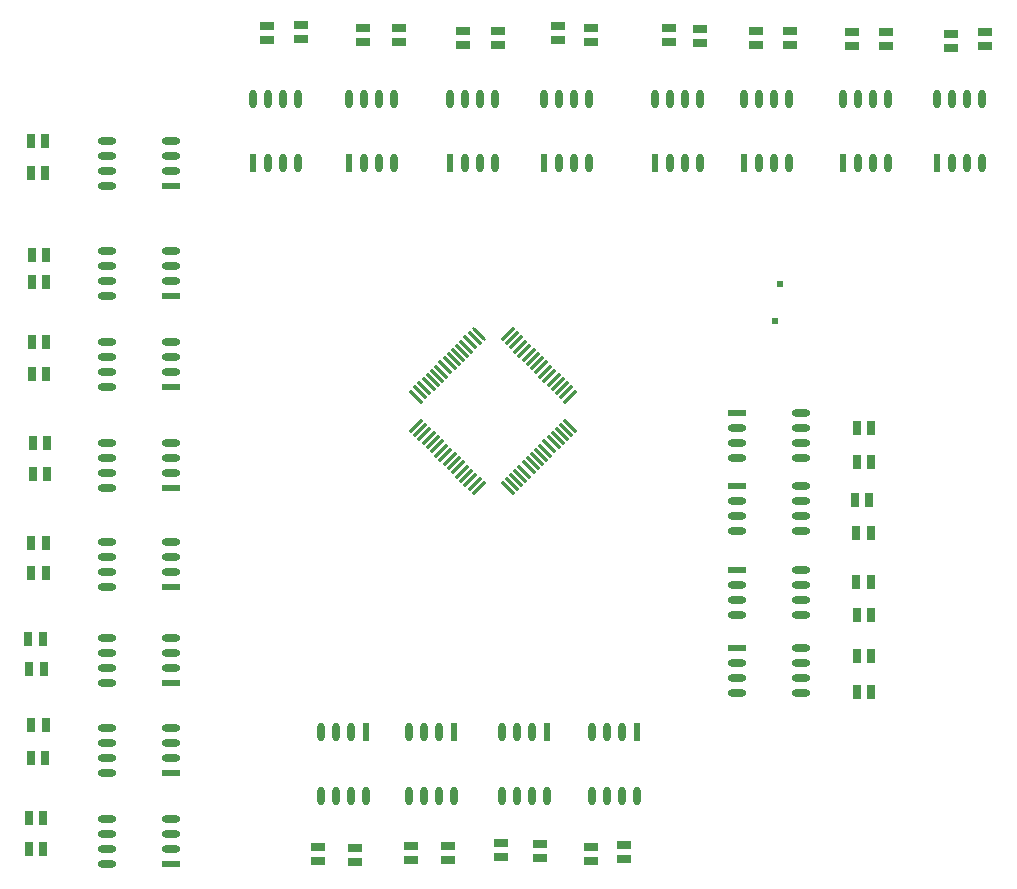
<source format=gtp>
G04*
G04 #@! TF.GenerationSoftware,Altium Limited,Altium Designer,19.1.5 (86)*
G04*
G04 Layer_Color=8421504*
%FSLAX44Y44*%
%MOMM*%
G71*
G01*
G75*
%ADD13R,1.3000X0.7000*%
%ADD14R,0.7000X1.3000*%
%ADD15R,0.6000X1.5500*%
%ADD16O,0.6000X1.5500*%
%ADD17R,1.5500X0.6000*%
%ADD18O,1.5500X0.6000*%
G04:AMPARAMS|DCode=19|XSize=0.25mm|YSize=1.55mm|CornerRadius=0mm|HoleSize=0mm|Usage=FLASHONLY|Rotation=315.000|XOffset=0mm|YOffset=0mm|HoleType=Round|Shape=Rectangle|*
%AMROTATEDRECTD19*
4,1,4,-0.6364,-0.4596,0.4596,0.6364,0.6364,0.4596,-0.4596,-0.6364,-0.6364,-0.4596,0.0*
%
%ADD19ROTATEDRECTD19*%

G04:AMPARAMS|DCode=20|XSize=0.25mm|YSize=1.55mm|CornerRadius=0mm|HoleSize=0mm|Usage=FLASHONLY|Rotation=45.000|XOffset=0mm|YOffset=0mm|HoleType=Round|Shape=Rectangle|*
%AMROTATEDRECTD20*
4,1,4,0.4596,-0.6364,-0.6364,0.4596,-0.4596,0.6364,0.6364,-0.4596,0.4596,-0.6364,0.0*
%
%ADD20ROTATEDRECTD20*%

G04:AMPARAMS|DCode=21|XSize=0.25mm|YSize=1.55mm|CornerRadius=0mm|HoleSize=0mm|Usage=FLASHONLY|Rotation=45.000|XOffset=0mm|YOffset=0mm|HoleType=Round|Shape=Round|*
%AMOVALD21*
21,1,1.3000,0.2500,0.0000,0.0000,135.0*
1,1,0.2500,0.4596,-0.4596*
1,1,0.2500,-0.4596,0.4596*
%
%ADD21OVALD21*%

%ADD22R,0.6000X0.5000*%
D13*
X1399540Y973170D02*
D03*
Y985170D02*
D03*
X1134110Y290480D02*
D03*
Y278480D02*
D03*
X1502410Y970630D02*
D03*
Y982630D02*
D03*
X1333500Y973170D02*
D03*
Y985170D02*
D03*
X1254760Y970630D02*
D03*
Y982630D02*
D03*
X1305560Y974440D02*
D03*
Y986440D02*
D03*
X1059180Y974440D02*
D03*
Y986440D02*
D03*
X1170940Y973170D02*
D03*
Y985170D02*
D03*
X1140460Y973170D02*
D03*
Y985170D02*
D03*
X1225550Y970630D02*
D03*
Y982630D02*
D03*
X1667510Y969360D02*
D03*
Y981360D02*
D03*
X1088390Y975710D02*
D03*
Y987710D02*
D03*
X1638300Y968090D02*
D03*
Y980090D02*
D03*
X1473200Y970630D02*
D03*
Y982630D02*
D03*
X1426210Y971900D02*
D03*
Y983900D02*
D03*
X1554480Y969360D02*
D03*
Y981360D02*
D03*
X1583690Y969360D02*
D03*
Y981360D02*
D03*
X1102360Y291750D02*
D03*
Y279750D02*
D03*
X1181100Y292100D02*
D03*
Y280100D02*
D03*
X1257300Y294640D02*
D03*
Y282640D02*
D03*
X1333500Y291750D02*
D03*
Y279750D02*
D03*
X1212850Y292100D02*
D03*
Y280100D02*
D03*
X1290320Y294290D02*
D03*
Y282290D02*
D03*
X1361440Y293370D02*
D03*
Y281370D02*
D03*
D14*
X1558640Y617220D02*
D03*
X1570640D02*
D03*
X1558990Y646430D02*
D03*
X1570990D02*
D03*
X869950Y289560D02*
D03*
X857950D02*
D03*
X1558290Y557530D02*
D03*
X1570290D02*
D03*
X1557370Y585470D02*
D03*
X1569370D02*
D03*
X1558640Y487680D02*
D03*
X1570640D02*
D03*
X1558290Y515620D02*
D03*
X1570290D02*
D03*
X869250Y467360D02*
D03*
X857250D02*
D03*
X871790Y523240D02*
D03*
X859790D02*
D03*
X871790Y548640D02*
D03*
X859790D02*
D03*
X871440Y367030D02*
D03*
X859440D02*
D03*
X870170Y441960D02*
D03*
X858170D02*
D03*
X873410Y607060D02*
D03*
X861410D02*
D03*
X872140Y718820D02*
D03*
X860140D02*
D03*
X872140Y792480D02*
D03*
X860140D02*
D03*
X869950Y316230D02*
D03*
X857950D02*
D03*
X871790Y394970D02*
D03*
X859790D02*
D03*
X873410Y633730D02*
D03*
X861410D02*
D03*
X872140Y692150D02*
D03*
X860140D02*
D03*
X872140Y769620D02*
D03*
X860140D02*
D03*
X871220Y862330D02*
D03*
X859220D02*
D03*
X871220Y889000D02*
D03*
X859220D02*
D03*
X1558640Y452820D02*
D03*
X1570640D02*
D03*
X1558640Y422910D02*
D03*
X1570640D02*
D03*
D15*
X1626870Y870560D02*
D03*
X1372870Y388620D02*
D03*
X1296670D02*
D03*
X1217930D02*
D03*
X1143000D02*
D03*
X1214120Y870560D02*
D03*
X1294130D02*
D03*
X1388110D02*
D03*
X1463040D02*
D03*
X1047750D02*
D03*
X1129030D02*
D03*
X1546860D02*
D03*
D16*
X1639570D02*
D03*
X1652270D02*
D03*
X1664970D02*
D03*
X1626870Y924560D02*
D03*
X1639570D02*
D03*
X1652270D02*
D03*
X1664970D02*
D03*
X1360170Y388620D02*
D03*
X1347470D02*
D03*
X1334770D02*
D03*
X1372870Y334620D02*
D03*
X1360170D02*
D03*
X1347470D02*
D03*
X1334770D02*
D03*
X1283970Y388620D02*
D03*
X1271270D02*
D03*
X1258570D02*
D03*
X1296670Y334620D02*
D03*
X1283970D02*
D03*
X1271270D02*
D03*
X1258570D02*
D03*
X1205230Y388620D02*
D03*
X1192530D02*
D03*
X1179830D02*
D03*
X1217930Y334620D02*
D03*
X1205230D02*
D03*
X1192530D02*
D03*
X1179830D02*
D03*
X1130300Y388620D02*
D03*
X1117600D02*
D03*
X1104900D02*
D03*
X1143000Y334620D02*
D03*
X1130300D02*
D03*
X1117600D02*
D03*
X1104900D02*
D03*
X1226820Y870560D02*
D03*
X1239520D02*
D03*
X1252220D02*
D03*
X1214120Y924560D02*
D03*
X1226820D02*
D03*
X1239520D02*
D03*
X1252220D02*
D03*
X1306830Y870560D02*
D03*
X1319530D02*
D03*
X1332230D02*
D03*
X1294130Y924560D02*
D03*
X1306830D02*
D03*
X1319530D02*
D03*
X1332230D02*
D03*
X1400810Y870560D02*
D03*
X1413510D02*
D03*
X1426210D02*
D03*
X1388110Y924560D02*
D03*
X1400810D02*
D03*
X1413510D02*
D03*
X1426210D02*
D03*
X1475740Y870560D02*
D03*
X1488440D02*
D03*
X1501140D02*
D03*
X1463040Y924560D02*
D03*
X1475740D02*
D03*
X1488440D02*
D03*
X1501140D02*
D03*
X1060450Y870560D02*
D03*
X1073150D02*
D03*
X1085850D02*
D03*
X1047750Y924560D02*
D03*
X1060450D02*
D03*
X1073150D02*
D03*
X1085850D02*
D03*
X1141730Y870560D02*
D03*
X1154430D02*
D03*
X1167130D02*
D03*
X1129030Y924560D02*
D03*
X1141730D02*
D03*
X1154430D02*
D03*
X1167130D02*
D03*
X1559560Y870560D02*
D03*
X1572260D02*
D03*
X1584960D02*
D03*
X1546860Y924560D02*
D03*
X1559560D02*
D03*
X1572260D02*
D03*
X1584960D02*
D03*
D17*
X1457300Y659130D02*
D03*
Y525780D02*
D03*
Y459740D02*
D03*
X977900Y276860D02*
D03*
Y354330D02*
D03*
Y430530D02*
D03*
Y511810D02*
D03*
Y595630D02*
D03*
Y680720D02*
D03*
Y758190D02*
D03*
Y850900D02*
D03*
X1457300Y596900D02*
D03*
D18*
Y646430D02*
D03*
Y633730D02*
D03*
Y621030D02*
D03*
X1511300Y659130D02*
D03*
Y646430D02*
D03*
Y633730D02*
D03*
Y621030D02*
D03*
X1457300Y513080D02*
D03*
Y500380D02*
D03*
Y487680D02*
D03*
X1511300Y525780D02*
D03*
Y513080D02*
D03*
Y500380D02*
D03*
Y487680D02*
D03*
X1457300Y447040D02*
D03*
Y434340D02*
D03*
Y421640D02*
D03*
X1511300Y459740D02*
D03*
Y447040D02*
D03*
Y434340D02*
D03*
Y421640D02*
D03*
X977900Y289560D02*
D03*
Y302260D02*
D03*
Y314960D02*
D03*
X923900Y276860D02*
D03*
Y289560D02*
D03*
Y302260D02*
D03*
Y314960D02*
D03*
X977900Y367030D02*
D03*
Y379730D02*
D03*
Y392430D02*
D03*
X923900Y354330D02*
D03*
Y367030D02*
D03*
Y379730D02*
D03*
Y392430D02*
D03*
X977900Y443230D02*
D03*
Y455930D02*
D03*
Y468630D02*
D03*
X923900Y430530D02*
D03*
Y443230D02*
D03*
Y455930D02*
D03*
Y468630D02*
D03*
X977900Y524510D02*
D03*
Y537210D02*
D03*
Y549910D02*
D03*
X923900Y511810D02*
D03*
Y524510D02*
D03*
Y537210D02*
D03*
Y549910D02*
D03*
X977900Y608330D02*
D03*
Y621030D02*
D03*
Y633730D02*
D03*
X923900Y595630D02*
D03*
Y608330D02*
D03*
Y621030D02*
D03*
Y633730D02*
D03*
X977900Y693420D02*
D03*
Y706120D02*
D03*
Y718820D02*
D03*
X923900Y680720D02*
D03*
Y693420D02*
D03*
Y706120D02*
D03*
Y718820D02*
D03*
X977900Y770890D02*
D03*
Y783590D02*
D03*
Y796290D02*
D03*
X923900Y758190D02*
D03*
Y770890D02*
D03*
Y783590D02*
D03*
Y796290D02*
D03*
X977900Y863600D02*
D03*
Y876300D02*
D03*
Y889000D02*
D03*
X923900Y850900D02*
D03*
Y863600D02*
D03*
Y876300D02*
D03*
Y889000D02*
D03*
X1457300Y584200D02*
D03*
Y571500D02*
D03*
Y558800D02*
D03*
X1511300Y596900D02*
D03*
Y584200D02*
D03*
Y571500D02*
D03*
Y558800D02*
D03*
D19*
X1263031Y725789D02*
D03*
X1266567Y722253D02*
D03*
X1270102Y718718D02*
D03*
X1273638Y715182D02*
D03*
X1277173Y711647D02*
D03*
X1280709Y708111D02*
D03*
X1284245Y704576D02*
D03*
X1287780Y701040D02*
D03*
X1291315Y697505D02*
D03*
X1294851Y693969D02*
D03*
X1298387Y690433D02*
D03*
X1301922Y686898D02*
D03*
X1305458Y683362D02*
D03*
X1308993Y679827D02*
D03*
X1312529Y676291D02*
D03*
X1316064Y672756D02*
D03*
X1238565Y595257D02*
D03*
X1235030Y598792D02*
D03*
X1231494Y602328D02*
D03*
X1227959Y605864D02*
D03*
X1224423Y609399D02*
D03*
X1220888Y612935D02*
D03*
X1217352Y616470D02*
D03*
X1213817Y620006D02*
D03*
X1210281Y623541D02*
D03*
X1206746Y627077D02*
D03*
X1203210Y630612D02*
D03*
X1199675Y634148D02*
D03*
X1196139Y637683D02*
D03*
X1192604Y641219D02*
D03*
X1189068Y644754D02*
D03*
X1185533Y648290D02*
D03*
D20*
X1316064D02*
D03*
X1312529Y644754D02*
D03*
X1308993Y641219D02*
D03*
X1305458Y637683D02*
D03*
X1301922Y634148D02*
D03*
X1298387Y630612D02*
D03*
X1294851Y627077D02*
D03*
X1291315Y623541D02*
D03*
X1287780Y620006D02*
D03*
X1284245Y616470D02*
D03*
X1280709Y612935D02*
D03*
X1277173Y609399D02*
D03*
X1273638Y605864D02*
D03*
X1270102Y602328D02*
D03*
X1266567Y598792D02*
D03*
X1263031Y595257D02*
D03*
X1185533Y672756D02*
D03*
X1189068Y676291D02*
D03*
X1192604Y679827D02*
D03*
X1196139Y683362D02*
D03*
X1199675Y686898D02*
D03*
X1203210Y690433D02*
D03*
X1206746Y693969D02*
D03*
X1210281Y697505D02*
D03*
X1213817Y701040D02*
D03*
X1217352Y704576D02*
D03*
X1220888Y708111D02*
D03*
X1224423Y711647D02*
D03*
X1227959Y715182D02*
D03*
X1231494Y718718D02*
D03*
X1235030Y722253D02*
D03*
D21*
X1238565Y725789D02*
D03*
D22*
X1493520Y768350D02*
D03*
X1489710Y736600D02*
D03*
M02*

</source>
